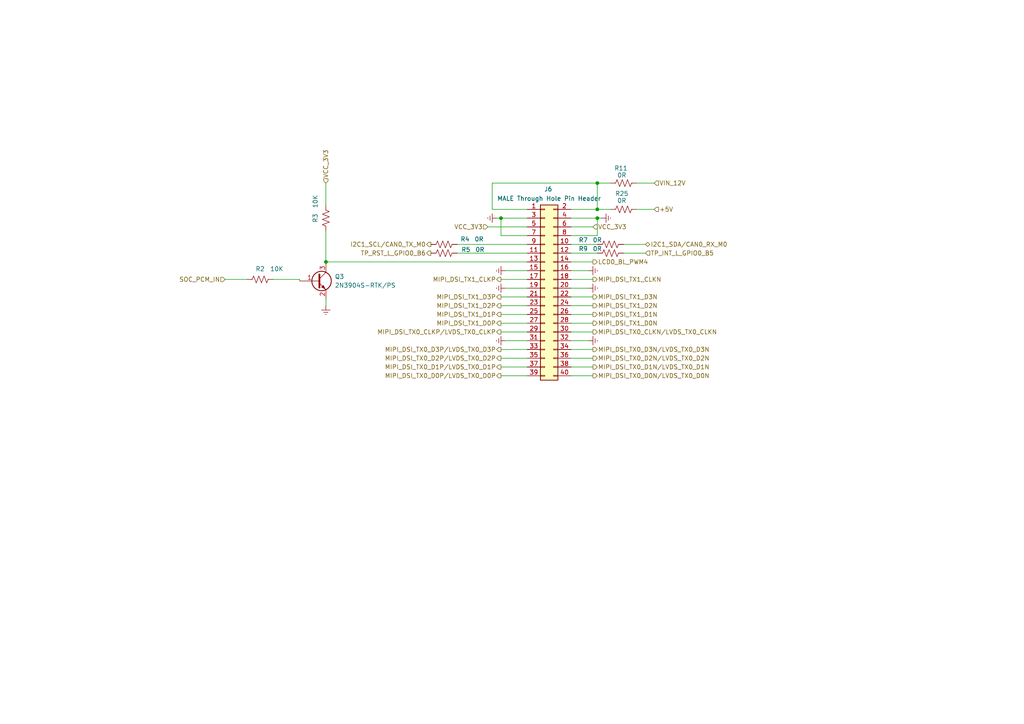
<source format=kicad_sch>
(kicad_sch (version 20230819) (generator eeschema)
  (paper "A4")
  (lib_symbols
    (symbol "Connector_Generic:Conn_02x20_Odd_Even" (pin_names (offset 1.016) hide)
      (property "Reference" "J" (at 1.27 25.4 0))
      (property "Value" "Conn_02x20_Odd_Even" (at 1.27 -27.94 0))
      (symbol "Conn_02x20_Odd_Even_1_1"
        (rectangle (start -1.27 -25.273) (end 0 -25.527) (stroke (width 0.1524)))
        (rectangle (start -1.27 -22.733) (end 0 -22.987) (stroke (width 0.1524)))
        (rectangle (start -1.27 -20.193) (end 0 -20.447) (stroke (width 0.1524)))
        (rectangle (start -1.27 -17.653) (end 0 -17.907) (stroke (width 0.1524)))
        (rectangle (start -1.27 -15.113) (end 0 -15.367) (stroke (width 0.1524)))
        (rectangle (start -1.27 -12.573) (end 0 -12.827) (stroke (width 0.1524)))
        (rectangle (start -1.27 -10.033) (end 0 -10.287) (stroke (width 0.1524)))
        (rectangle (start -1.27 -7.493) (end 0 -7.747) (stroke (width 0.1524)))
        (rectangle (start -1.27 -4.953) (end 0 -5.207) (stroke (width 0.1524)))
        (rectangle (start -1.27 -2.413) (end 0 -2.667) (stroke (width 0.1524)))
        (rectangle (start -1.27 0.127) (end 0 -0.127) (stroke (width 0.1524)))
        (rectangle (start -1.27 2.667) (end 0 2.413) (stroke (width 0.1524)))
        (rectangle (start -1.27 5.207) (end 0 4.953) (stroke (width 0.1524)))
        (rectangle (start -1.27 7.747) (end 0 7.493) (stroke (width 0.1524)))
        (rectangle (start -1.27 10.287) (end 0 10.033) (stroke (width 0.1524)))
        (rectangle (start -1.27 12.827) (end 0 12.573) (stroke (width 0.1524)))
        (rectangle (start -1.27 15.367) (end 0 15.113) (stroke (width 0.1524)))
        (rectangle (start -1.27 17.907) (end 0 17.653) (stroke (width 0.1524)))
        (rectangle (start -1.27 20.447) (end 0 20.193) (stroke (width 0.1524)))
        (rectangle (start -1.27 22.987) (end 0 22.733) (stroke (width 0.1524)))
        (rectangle (start -1.27 24.13) (end 3.81 -26.67) (stroke (width 0.254)) (fill (type background)))
        (rectangle (start 3.81 -25.273) (end 2.54 -25.527) (stroke (width 0.1524)))
        (rectangle (start 3.81 -22.733) (end 2.54 -22.987) (stroke (width 0.1524)))
        (rectangle (start 3.81 -20.193) (end 2.54 -20.447) (stroke (width 0.1524)))
        (rectangle (start 3.81 -17.653) (end 2.54 -17.907) (stroke (width 0.1524)))
        (rectangle (start 3.81 -15.113) (end 2.54 -15.367) (stroke (width 0.1524)))
        (rectangle (start 3.81 -12.573) (end 2.54 -12.827) (stroke (width 0.1524)))
        (rectangle (start 3.81 -10.033) (end 2.54 -10.287) (stroke (width 0.1524)))
        (rectangle (start 3.81 -7.493) (end 2.54 -7.747) (stroke (width 0.1524)))
        (rectangle (start 3.81 -4.953) (end 2.54 -5.207) (stroke (width 0.1524)))
        (rectangle (start 3.81 -2.413) (end 2.54 -2.667) (stroke (width 0.1524)))
        (rectangle (start 3.81 0.127) (end 2.54 -0.127) (stroke (width 0.1524)))
        (rectangle (start 3.81 2.667) (end 2.54 2.413) (stroke (width 0.1524)))
        (rectangle (start 3.81 5.207) (end 2.54 4.953) (stroke (width 0.1524)))
        (rectangle (start 3.81 7.747) (end 2.54 7.493) (stroke (width 0.1524)))
        (rectangle (start 3.81 10.287) (end 2.54 10.033) (stroke (width 0.1524)))
        (rectangle (start 3.81 12.827) (end 2.54 12.573) (stroke (width 0.1524)))
        (rectangle (start 3.81 15.367) (end 2.54 15.113) (stroke (width 0.1524)))
        (rectangle (start 3.81 17.907) (end 2.54 17.653) (stroke (width 0.1524)))
        (rectangle (start 3.81 20.447) (end 2.54 20.193) (stroke (width 0.1524)))
        (rectangle (start 3.81 22.987) (end 2.54 22.733) (stroke (width 0.1524)))
        (pin passive line (at -5.08 22.86 0) (length 3.81) (name "Pin_1") (number "1"))
        (pin passive line (at 7.62 12.7 180) (length 3.81) (name "Pin_10") (number "10"))
        (pin passive line (at -5.08 10.16 0) (length 3.81) (name "Pin_11") (number "11"))
        (pin passive line (at 7.62 10.16 180) (length 3.81) (name "Pin_12") (number "12"))
        (pin passive line (at -5.08 7.62 0) (length 3.81) (name "Pin_13") (number "13"))
        (pin passive line (at 7.62 7.62 180) (length 3.81) (name "Pin_14") (number "14"))
        (pin passive line (at -5.08 5.08 0) (length 3.81) (name "Pin_15") (number "15"))
        (pin passive line (at 7.62 5.08 180) (length 3.81) (name "Pin_16") (number "16"))
        (pin passive line (at -5.08 2.54 0) (length 3.81) (name "Pin_17") (number "17"))
        (pin passive line (at 7.62 2.54 180) (length 3.81) (name "Pin_18") (number "18"))
        (pin passive line (at -5.08 0 0) (length 3.81) (name "Pin_19") (number "19"))
        (pin passive line (at 7.62 22.86 180) (length 3.81) (name "Pin_2") (number "2"))
        (pin passive line (at 7.62 0 180) (length 3.81) (name "Pin_20") (number "20"))
        (pin passive line (at -5.08 -2.54 0) (length 3.81) (name "Pin_21") (number "21"))
        (pin passive line (at 7.62 -2.54 180) (length 3.81) (name "Pin_22") (number "22"))
        (pin passive line (at -5.08 -5.08 0) (length 3.81) (name "Pin_23") (number "23"))
        (pin passive line (at 7.62 -5.08 180) (length 3.81) (name "Pin_24") (number "24"))
        (pin passive line (at -5.08 -7.62 0) (length 3.81) (name "Pin_25") (number "25"))
        (pin passive line (at 7.62 -7.62 180) (length 3.81) (name "Pin_26") (number "26"))
        (pin passive line (at -5.08 -10.16 0) (length 3.81) (name "Pin_27") (number "27"))
        (pin passive line (at 7.62 -10.16 180) (length 3.81) (name "Pin_28") (number "28"))
        (pin passive line (at -5.08 -12.7 0) (length 3.81) (name "Pin_29") (number "29"))
        (pin passive line (at -5.08 20.32 0) (length 3.81) (name "Pin_3") (number "3"))
        (pin passive line (at 7.62 -12.7 180) (length 3.81) (name "Pin_30") (number "30"))
        (pin passive line (at -5.08 -15.24 0) (length 3.81) (name "Pin_31") (number "31"))
        (pin passive line (at 7.62 -15.24 180) (length 3.81) (name "Pin_32") (number "32"))
        (pin passive line (at -5.08 -17.78 0) (length 3.81) (name "Pin_33") (number "33"))
        (pin passive line (at 7.62 -17.78 180) (length 3.81) (name "Pin_34") (number "34"))
        (pin passive line (at -5.08 -20.32 0) (length 3.81) (name "Pin_35") (number "35"))
        (pin passive line (at 7.62 -20.32 180) (length 3.81) (name "Pin_36") (number "36"))
        (pin passive line (at -5.08 -22.86 0) (length 3.81) (name "Pin_37") (number "37"))
        (pin passive line (at 7.62 -22.86 180) (length 3.81) (name "Pin_38") (number "38"))
        (pin passive line (at -5.08 -25.4 0) (length 3.81) (name "Pin_39") (number "39"))
        (pin passive line (at 7.62 20.32 180) (length 3.81) (name "Pin_4") (number "4"))
        (pin passive line (at 7.62 -25.4 180) (length 3.81) (name "Pin_40") (number "40"))
        (pin passive line (at -5.08 17.78 0) (length 3.81) (name "Pin_5") (number "5"))
        (pin passive line (at 7.62 17.78 180) (length 3.81) (name "Pin_6") (number "6"))
        (pin passive line (at -5.08 15.24 0) (length 3.81) (name "Pin_7") (number "7"))
        (pin passive line (at 7.62 15.24 180) (length 3.81) (name "Pin_8") (number "8"))
        (pin passive line (at -5.08 12.7 0) (length 3.81) (name "Pin_9") (number "9"))
      )
    )
    (symbol "Device:R_US" (pin_numbers hide) (pin_names (offset 0))
      (property "Reference" "R" (at 2.54 0 90))
      (property "Value" "R_US" (at -2.54 0 90))
      (symbol "R_US_0_1"
        (polyline (pts (xy 0 -2.286) (xy 0 -2.54)))
        (polyline (pts (xy 0 2.286) (xy 0 2.54)))
        (polyline (pts (xy 0 -0.762) (xy 1.016 -1.143) (xy 0 -1.524) (xy -1.016 -1.905) (xy 0 -2.286)))
        (polyline (pts (xy 0 0.762) (xy 1.016 0.381) (xy 0 0) (xy -1.016 -0.381) (xy 0 -0.762)))
        (polyline (pts (xy 0 2.286) (xy 1.016 1.905) (xy 0 1.524) (xy -1.016 1.143) (xy 0 0.762)))
      )
      (symbol "R_US_1_1"
        (pin passive line (at 0 3.81 270) (length 1.27) (name "~") (number "1"))
        (pin passive line (at 0 -3.81 90) (length 1.27) (name "~") (number "2"))
      )
    )
    (symbol "Transistor_BJT:2N3055" (pin_names (offset 0) hide)
      (property "Reference" "Q" (at 5.08 1.905 0))
      (property "Value" "2N3055" (at 5.08 0 0))
      (symbol "2N3055_0_1"
        (polyline (pts (xy 0.635 0.635) (xy 2.54 2.54)))
        (polyline (pts (xy 0.635 -0.635) (xy 2.54 -2.54) (xy 2.54 -2.54)))
        (polyline (pts (xy 0.635 1.905) (xy 0.635 -1.905) (xy 0.635 -1.905)) (stroke (width 0.508)))
        (polyline (pts (xy 1.27 -1.778) (xy 1.778 -1.27) (xy 2.286 -2.286) (xy 1.27 -1.778) (xy 1.27 -1.778)) (fill (type outline)))
        (circle (center 1.27 0) (radius 2.8194) (stroke (width 0.254)))
      )
      (symbol "2N3055_1_1"
        (pin input line (at -5.08 0 0) (length 5.715) (name "B") (number "1"))
        (pin passive line (at 2.54 -5.08 90) (length 2.54) (name "E") (number "2"))
        (pin passive line (at 2.54 5.08 270) (length 2.54) (name "C") (number "3"))
      )
    )
    (symbol "power:Earth" (power) (pin_names (offset 0))
      (symbol "Earth_0_1"
        (polyline (pts (xy -0.635 -1.905) (xy 0.635 -1.905)))
        (polyline (pts (xy -0.127 -2.54) (xy 0.127 -2.54)))
        (polyline (pts (xy 0 -1.27) (xy 0 0)))
        (polyline (pts (xy 1.27 -1.27) (xy -1.27 -1.27)))
      )
      (symbol "Earth_1_1"
        (pin power_in line (at 0 0 270) (length 0) hide (name "Earth") (number "1"))
      )
    )
  )
  (junction (at 173.2431 53.1064))
  (junction (at 173.2431 63.2664))
  (junction (at 94.5433 75.9664))
  (junction (at 173.2431 60.7264))
  (junction (at 145.3031 63.2664))
  (wire (pts (xy 165.6231 83.5864) (xy 170.7031 83.5864)))
  (wire (pts (xy 132.6031 73.4264) (xy 152.9231 73.4264)))
  (wire (pts (xy 146.5731 98.8264) (xy 152.9231 98.8264)))
  (wire (pts (xy 165.6231 96.2864) (xy 171.9731 96.2864)))
  (wire (pts (xy 165.6231 78.5064) (xy 170.7031 78.5064)))
  (wire (pts (xy 165.6231 63.2664) (xy 173.2431 63.2664)))
  (wire (pts (xy 145.3031 88.6664) (xy 152.9231 88.6664)))
  (wire (pts (xy 189.7531 60.7264) (xy 184.6731 60.7264)))
  (wire (pts (xy 94.5433 88.6664) (xy 94.5031 88.6664)))
  (wire (pts (xy 145.3031 63.2664) (xy 152.9231 63.2664)))
  (wire (pts (xy 165.6231 98.8264) (xy 170.7031 98.8264)))
  (wire (pts (xy 145.3031 68.3464) (xy 145.3031 63.2664)))
  (wire (pts (xy 165.6231 75.9664) (xy 171.9731 75.9664)))
  (wire (pts (xy 165.6231 106.4464) (xy 171.9731 106.4464)))
  (wire (pts (xy 94.5433 76.4237) (xy 94.5433 75.9664)))
  (wire (pts (xy 142.7631 53.1064) (xy 173.2431 53.1064)))
  (wire (pts (xy 173.2431 53.1064) (xy 177.0531 53.1064)))
  (wire (pts (xy 145.3031 81.0464) (xy 152.9231 81.0464)))
  (wire (pts (xy 145.3031 91.2064) (xy 152.9231 91.2064)))
  (wire (pts (xy 180.8631 70.8864) (xy 187.2131 70.8864)))
  (wire (pts (xy 145.3031 96.2864) (xy 152.9231 96.2864)))
  (wire (pts (xy 173.2431 68.3464) (xy 173.2431 63.2664)))
  (wire (pts (xy 141.4931 65.8064) (xy 152.9231 65.8064)))
  (wire (pts (xy 65.2931 81.0464) (xy 71.6431 81.0464)))
  (wire (pts (xy 94.5433 75.9664) (xy 152.9231 75.9664)))
  (wire (pts (xy 145.3031 93.7464) (xy 152.9231 93.7464)))
  (wire (pts (xy 173.2431 60.7264) (xy 165.6231 60.7264)))
  (wire (pts (xy 145.3031 103.9064) (xy 152.9231 103.9064)))
  (wire (pts (xy 152.9231 68.3464) (xy 145.3031 68.3464)))
  (wire (pts (xy 144.0331 63.2664) (xy 145.3031 63.2664)))
  (wire (pts (xy 173.2431 60.7264) (xy 177.0531 60.7264)))
  (wire (pts (xy 165.6231 68.3464) (xy 173.2431 68.3464)))
  (wire (pts (xy 145.3031 106.4464) (xy 152.9231 106.4464)))
  (wire (pts (xy 142.7631 60.7264) (xy 142.7631 53.1064)))
  (wire (pts (xy 165.6231 70.8864) (xy 173.2431 70.8864)))
  (wire (pts (xy 165.6231 93.7464) (xy 171.9731 93.7464)))
  (wire (pts (xy 132.6031 70.8864) (xy 152.9231 70.8864)))
  (wire (pts (xy 94.5433 86.5837) (xy 94.5433 88.6664)))
  (wire (pts (xy 165.6231 91.2064) (xy 171.9731 91.2064)))
  (wire (pts (xy 165.6231 101.3664) (xy 171.9731 101.3664)))
  (wire (pts (xy 165.6231 108.9864) (xy 171.9731 108.9864)))
  (wire (pts (xy 146.5731 78.5064) (xy 152.9231 78.5064)))
  (wire (pts (xy 165.6231 88.6664) (xy 171.9731 88.6664)))
  (wire (pts (xy 180.8631 73.4264) (xy 187.2131 73.4264)))
  (wire (pts (xy 86.9233 81.0464) (xy 86.9233 81.5037)))
  (wire (pts (xy 165.6231 73.4264) (xy 173.2431 73.4264)))
  (wire (pts (xy 94.5031 75.9664) (xy 94.5031 67.0764)))
  (wire (pts (xy 145.3031 101.3664) (xy 152.9231 101.3664)))
  (wire (pts (xy 145.3031 86.1264) (xy 152.9231 86.1264)))
  (wire (pts (xy 165.6231 86.1264) (xy 171.9731 86.1264)))
  (wire (pts (xy 79.2631 81.0464) (xy 86.9233 81.0464)))
  (wire (pts (xy 165.6231 65.8064) (xy 171.9731 65.8064)))
  (wire (pts (xy 189.7531 53.1064) (xy 184.6731 53.1064)))
  (wire (pts (xy 145.3031 108.9864) (xy 152.9231 108.9864)))
  (wire (pts (xy 152.9231 60.7264) (xy 142.7631 60.7264)))
  (wire (pts (xy 173.2431 53.1064) (xy 173.2431 60.7264)))
  (wire (pts (xy 165.6231 81.0464) (xy 171.9731 81.0464)))
  (wire (pts (xy 173.2431 63.2664) (xy 174.5131 63.2664)))
  (wire (pts (xy 94.5031 53.1064) (xy 94.5031 59.4564)))
  (wire (pts (xy 146.5731 83.5864) (xy 152.9231 83.5864)))
  (wire (pts (xy 165.6231 103.9064) (xy 171.9731 103.9064)))
  (wire (pts (xy 94.5031 75.9664) (xy 94.5433 75.9664)))
  (hierarchical_label "MIPI_DSI_TX0_D1N{slash}LVDS_TX0_D1N" (shape output) (at 171.9731 106.4464 0))
  (hierarchical_label "MIPI_DSI_TX0_D3N{slash}LVDS_TX0_D3N" (shape output) (at 171.9731 101.3664 0))
  (hierarchical_label "MIPI_DSI_TX1_CLKN" (shape output) (at 171.9731 81.0464 0))
  (hierarchical_label "TP_INT_L_GPIO0_B5" (shape input) (at 187.2131 73.4264 0))
  (hierarchical_label "MIPI_DSI_TX1_D2N" (shape output) (at 171.9731 88.6664 0))
  (hierarchical_label "MIPI_DSI_TX1_D1P" (shape output) (at 145.3031 91.2064 180))
  (hierarchical_label "MIPI_DSI_TX0_D0N{slash}LVDS_TX0_D0N" (shape output) (at 171.9731 108.9864 0))
  (hierarchical_label "MIPI_DSI_TX0_D3P{slash}LVDS_TX0_D3P" (shape output) (at 145.3031 101.3664 180))
  (hierarchical_label "TP_RST_L_GPIO0_B6" (shape output) (at 124.9831 73.4264 180))
  (hierarchical_label "VCC_3V3" (shape input) (at 141.4931 65.8064 180))
  (hierarchical_label "MIPI_DSI_TX1_D1N" (shape output) (at 171.9731 91.2064 0))
  (hierarchical_label "SOC_PCM_IN" (shape input) (at 65.2931 81.0464 180))
  (hierarchical_label "MIPI_DSI_TX0_D2P{slash}LVDS_TX0_D2P" (shape output) (at 145.3031 103.9064 180))
  (hierarchical_label "LCD0_BL_PWM4" (shape output) (at 171.9731 75.9664 0))
  (hierarchical_label "MIPI_DSI_TX1_D0N" (shape output) (at 171.9731 93.7464 0))
  (hierarchical_label "MIPI_DSI_TX1_D2P" (shape output) (at 145.3031 88.6664 180))
  (hierarchical_label "MIPI_DSI_TX0_CLKN{slash}LVDS_TX0_CLKN" (shape output) (at 171.9731 96.2864 0))
  (hierarchical_label "MIPI_DSI_TX0_D2N{slash}LVDS_TX0_D2N" (shape output) (at 171.9731 103.9064 0))
  (hierarchical_label "VCC_3V3" (shape input) (at 171.9731 65.8064 0))
  (hierarchical_label "I2C1_SDA{slash}CAN0_RX_M0" (shape bidirectional) (at 187.2131 70.8864 0))
  (hierarchical_label "MIPI_DSI_TX1_D3P" (shape output) (at 145.3031 86.1264 180))
  (hierarchical_label "MIPI_DSI_TX1_D3N" (shape output) (at 171.9731 86.1264 0))
  (hierarchical_label "MIPI_DSI_TX1_CLKP" (shape output) (at 145.3031 81.0464 180))
  (hierarchical_label "+5V" (shape input) (at 189.7531 60.7264 0))
  (hierarchical_label "I2C1_SCL{slash}CAN0_TX_M0" (shape output) (at 124.9831 70.8864 180))
  (hierarchical_label "MIPI_DSI_TX0_CLKP{slash}LVDS_TX0_CLKP" (shape output) (at 145.3031 96.2864 180))
  (hierarchical_label "MIPI_DSI_TX1_D0P" (shape output) (at 145.3031 93.7464 180))
  (hierarchical_label "MIPI_DSI_TX0_D1P{slash}LVDS_TX0_D1P" (shape output) (at 145.3031 106.4464 180))
  (hierarchical_label "VCC_3V3" (shape input) (at 94.5031 53.1064 90))
  (hierarchical_label "VIN_12V" (shape input) (at 189.7531 53.1064 0))
  (hierarchical_label "MIPI_DSI_TX0_D0P{slash}LVDS_TX0_D0P" (shape output) (at 145.3031 108.9864 180))
  (symbol (lib_id "power:Earth") (at 170.7031 83.5864 90) (unit 1)
    (property "Reference" "#PWR062" (effects hide))
    (property "Value" "Earth" (effects hide))
    (property "Description" "Power symbol creates a global label with name \"Earth\"" (effects hide))
  )
  (symbol (lib_id "power:Earth") (at 144.0331 63.2664 270) (unit 1)
    (property "Reference" "#PWR057" (effects hide))
    (property "Value" "Earth" (effects hide))
    (property "Description" "Power symbol creates a global label with name \"Earth\"" (effects hide))
  )
  (symbol (lib_id "power:Earth") (at 146.5731 98.8264 270) (unit 1)
    (property "Reference" "#PWR060" (effects hide))
    (property "Value" "Earth" (effects hide))
    (property "Description" "Power symbol creates a global label with name \"Earth\"" (effects hide))
  )
  (symbol (lib_id "power:Earth") (at 170.7031 78.5064 90) (unit 1)
    (property "Reference" "#PWR061" (effects hide))
    (property "Value" "Earth" (effects hide))
    (property "Description" "Power symbol creates a global label with name \"Earth\"" (effects hide))
  )
  (symbol (lib_id "Transistor_BJT:2N3055") (at 92.0033 81.5037 0) (unit 1)
    (property "Reference" "Q3" (at 97.0833 80.2336 0) (effects (justify left)))
    (property "Value" "2N3904S-RTK/PS" (at 97.0833 82.7736 0) (effects (justify left)))
    (property "Footprint" "Pro V3:2N3904S-RTKPS" (effects hide))
    (property "Datasheet" "https://datasheet.lcsc.com/lcsc/2304140030_KEC-Semicon-2N3904S-RTK-PS_C18536.pdf" (effects hide))
    (property "Description" "40V 350mW 100@10mA,1V 200mA NPN SOT-23 Bipolar Transistors - BJT ROHS" (effects hide))
    (instances (project "RP2040_minimal" (path "" (reference "Q3") (unit 1)) (path "" (reference "Q1") (unit 1))))
  )
  (symbol (lib_id "Device:R_US") (at 94.5031 63.2664 180) (unit 1)
    (property "Reference" "R3" (at 91.4551 63.2664 90))
    (property "Value" "10K" (at 91.4551 58.4404 90))
    (property "Footprint" "Resistor_SMD:R_0603_1608Metric" (effects hide))
    (property "Description" "Resistor, US symbol" (effects hide))
  )
  (symbol (lib_id "Connector_Generic:Conn_02x20_Odd_Even") (at 158.0031 83.5864 0) (unit 1)
    (property "Reference" "J6" (at 159.004 54.864 0))
    (property "Value" "MALE Through Hole Pin Header" (at 159.2731 57.5713 0))
    (property "Footprint" "Connector_PinHeader_1.27mm:PinHeader_2x20_P1.27mm_Vertical" (effects hide))
    (property "Description" "Generic connector, double row, 02x20, odd/even pin numbering scheme (row 1 odd numbers, row 2 even numbers), script generated (kicad-library-utils/schlib/autogen/connector/)" (effects hide))
  )
  (symbol (lib_id "power:Earth") (at 170.7031 98.8264 90) (unit 1)
    (property "Reference" "#PWR063" (effects hide))
    (property "Value" "Earth" (effects hide))
    (property "Description" "Power symbol creates a global label with name \"Earth\"" (effects hide))
  )
  (symbol (lib_id "Device:R_US") (at 128.7931 70.8864 90) (unit 1)
    (property "Reference" "R4" (at 134.8891 69.3624 90))
    (property "Value" "0R" (at 138.9531 69.3624 90))
    (property "Footprint" "Resistor_SMD:R_0603_1608Metric" (effects hide))
    (property "Description" "Resistor, US symbol" (effects hide))
  )
  (symbol (lib_id "power:Earth") (at 174.5131 63.2664 90) (unit 1)
    (property "Reference" "#PWR064" (effects hide))
    (property "Value" "Earth" (effects hide))
    (property "Description" "Power symbol creates a global label with name \"Earth\"" (effects hide))
  )
  (symbol (lib_id "power:Earth") (at 146.5731 78.5064 270) (unit 1)
    (property "Reference" "#PWR058" (effects hide))
    (property "Value" "Earth" (effects hide))
    (property "Description" "Power symbol creates a global label with name \"Earth\"" (effects hide))
  )
  (symbol (lib_id "Device:R_US") (at 177.0531 70.8864 90) (unit 1)
    (property "Reference" "R7" (at 169.1791 69.6164 90))
    (property "Value" "0R" (at 173.2431 69.6164 90))
    (property "Footprint" "Resistor_SMD:R_0603_1608Metric" (effects hide))
    (property "Description" "Resistor, US symbol" (effects hide))
  )
  (symbol (lib_id "Device:R_US") (at 180.8631 53.1064 90) (unit 1)
    (property "Reference" "R11" (at 180.1011 48.7884 90))
    (property "Value" "0R" (at 180.3551 50.8204 90))
    (property "Footprint" "Resistor_SMD:R_0603_1608Metric" (effects hide))
    (property "Description" "Resistor, US symbol" (effects hide))
  )
  (symbol (lib_id "power:Earth") (at 94.5031 88.6664 0) (unit 1)
    (property "Reference" "#PWR056" (effects hide))
    (property "Value" "Earth" (effects hide))
    (property "Description" "Power symbol creates a global label with name \"Earth\"" (effects hide))
  )
  (symbol (lib_id "Device:R_US") (at 128.7931 73.4264 90) (unit 1)
    (property "Reference" "R5" (at 135.1431 72.4104 90))
    (property "Value" "0R" (at 139.2071 72.4104 90))
    (property "Footprint" "Resistor_SMD:R_0603_1608Metric" (effects hide))
    (property "Description" "Resistor, US symbol" (effects hide))
  )
  (symbol (lib_id "power:Earth") (at 146.5731 83.5864 270) (unit 1)
    (property "Reference" "#PWR059" (effects hide))
    (property "Value" "Earth" (effects hide))
    (property "Description" "Power symbol creates a global label with name \"Earth\"" (effects hide))
  )
  (symbol (lib_id "Device:R_US") (at 75.4531 81.0464 90) (unit 1)
    (property "Reference" "R2" (at 75.4531 77.9984 90))
    (property "Value" "10K" (at 80.2791 77.9984 90))
    (property "Footprint" "Resistor_SMD:R_0603_1608Metric" (effects hide))
    (property "Description" "Resistor, US symbol" (effects hide))
  )
  (symbol (lib_id "Device:R_US") (at 180.8631 60.7264 90) (unit 1)
    (property "Reference" "R25" (at 180.3551 56.1544 90))
    (property "Value" "0R" (at 180.3551 58.1864 90))
    (property "Footprint" "Resistor_SMD:R_0603_1608Metric" (effects hide))
    (property "Description" "Resistor, US symbol" (effects hide))
  )
  (symbol (lib_id "Device:R_US") (at 177.0531 73.4264 90) (unit 1)
    (property "Reference" "R9" (at 169.1791 72.1564 90))
    (property "Value" "0R" (at 173.2431 72.1564 90))
    (property "Footprint" "Resistor_SMD:R_0603_1608Metric" (effects hide))
    (property "Description" "Resistor, US symbol" (effects hide))
  )
)
</source>
